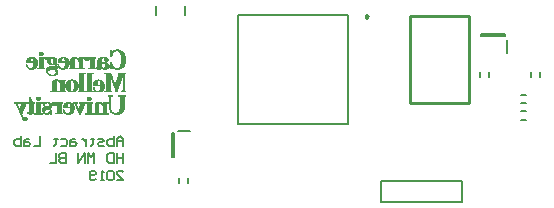
<source format=gbo>
G04*
G04 #@! TF.GenerationSoftware,Altium Limited,Altium Designer,19.1.5 (86)*
G04*
G04 Layer_Color=32896*
%FSLAX25Y25*%
%MOIN*%
G70*
G01*
G75*
%ADD10C,0.00787*%
%ADD30C,0.01000*%
%ADD56C,0.00984*%
%ADD57C,0.00100*%
%ADD58C,0.00800*%
D10*
X182283Y54035D02*
Y58169D01*
X173575Y59547D02*
X181543D01*
X173575D02*
Y60138D01*
X181543D01*
Y59547D02*
Y60138D01*
X129331Y30118D02*
Y66732D01*
X92716Y30118D02*
X129331D01*
X92716D02*
Y66732D01*
X129331D01*
X167205Y4331D02*
Y11417D01*
X140118Y4331D02*
X167205D01*
X140118D02*
Y11417D01*
X167205D01*
X187008Y34449D02*
X188583D01*
X187008Y31693D02*
X188583D01*
X74803Y66535D02*
Y69685D01*
X65354Y66535D02*
Y69685D01*
X72539Y27953D02*
X76673D01*
X71161Y19244D02*
Y27213D01*
X70571Y19244D02*
X71161D01*
X70571D02*
Y27213D01*
X71161D01*
X73032Y10630D02*
Y12205D01*
X75787Y10630D02*
Y12205D01*
X173425Y46063D02*
Y47638D01*
X176181Y46063D02*
Y47638D01*
X190354Y46063D02*
Y47638D01*
X193110Y46063D02*
Y47638D01*
X187008Y39961D02*
X188583D01*
X187008Y37205D02*
X188583D01*
D30*
X149968Y37319D02*
Y66319D01*
X169718D01*
Y37319D02*
Y66319D01*
X149968Y37319D02*
X169718D01*
D56*
X136024Y66142D02*
X135285Y66568D01*
Y65715D01*
X136024Y66142D01*
D57*
X52549Y39733D02*
X55049D01*
X28749Y47733D02*
X29049D01*
X20749Y32033D02*
X22149D01*
X20849Y31933D02*
X22049D01*
X20549Y32433D02*
X20849D01*
X20549Y32333D02*
X20849D01*
X20649Y32233D02*
X22149D01*
X20049Y36233D02*
X21449D01*
X20549Y37333D02*
X21849D01*
X20549Y37233D02*
X21849D01*
X20449Y37133D02*
X21849D01*
X20449Y37033D02*
X21749D01*
X20449Y36933D02*
X21749D01*
X20349Y36833D02*
X21649D01*
X20349Y36733D02*
X21649D01*
X20249Y36633D02*
X21549D01*
X20249Y36533D02*
X21549D01*
X20149Y36433D02*
X21449D01*
X20149Y36333D02*
X21449D01*
X20049Y36133D02*
X21349D01*
X19949Y36033D02*
X21349D01*
X19949Y35933D02*
X21249D01*
X19849Y35833D02*
X21249D01*
X19849Y35733D02*
X21149D01*
X19849Y35633D02*
X21149D01*
X19749Y35533D02*
X21149D01*
X19749Y35433D02*
X21049D01*
X19349Y35333D02*
X21049D01*
X19349Y35233D02*
X20949D01*
X19449Y35133D02*
X20949D01*
X19449Y35033D02*
X20849D01*
X19549Y34933D02*
X20849D01*
X19549Y34833D02*
X20849D01*
X20749Y32133D02*
X22149D01*
X20049Y37533D02*
X24749D01*
X20049Y37433D02*
X24749D01*
X51449Y48733D02*
X52949D01*
X51449Y55033D02*
X52949D01*
X51249Y54933D02*
X53149D01*
X52549Y54833D02*
X53349D01*
X52749Y54733D02*
X53549D01*
X52849Y54633D02*
X53649D01*
X52849Y49033D02*
X53649D01*
X52549Y48933D02*
X53449D01*
X51149Y48833D02*
X53249D01*
X43249Y52533D02*
X45049D01*
X43249Y52433D02*
X45049D01*
X42449Y48933D02*
X45049D01*
X42449Y48833D02*
X45049D01*
X36849Y52133D02*
X38049D01*
X36849Y52033D02*
X37949D01*
X36849Y51933D02*
X37949D01*
X36749Y51833D02*
X37949D01*
X36749Y51733D02*
X37949D01*
X36749Y51633D02*
X37949D01*
X36749Y51533D02*
X37949D01*
X36749Y51433D02*
X37949D01*
X36749Y51333D02*
X37949D01*
X36749Y51233D02*
X37949D01*
X36749Y51133D02*
X37949D01*
X36749Y51033D02*
X37949D01*
X36749Y50933D02*
X37949D01*
X36749Y50833D02*
X37949D01*
X36749Y50733D02*
X37949D01*
X36749Y50633D02*
X37949D01*
X36749Y50533D02*
X37949D01*
X36749Y50433D02*
X37949D01*
X36749Y50333D02*
X37949D01*
X36749Y50233D02*
X37949D01*
X36749Y50133D02*
X37949D01*
X36749Y50033D02*
X37949D01*
X36749Y49933D02*
X37949D01*
X36749Y49833D02*
X37949D01*
X36749Y49733D02*
X37949D01*
X36749Y49633D02*
X37949D01*
X36749Y49533D02*
X37949D01*
X36749Y49433D02*
X37949D01*
X36749Y49333D02*
X37949D01*
X36749Y49233D02*
X37949D01*
X36749Y49133D02*
X37949D01*
X36749Y49033D02*
X37949D01*
X36149Y48933D02*
X38449D01*
X36149Y48833D02*
X38449D01*
X28649Y48033D02*
X29049D01*
X28649Y47933D02*
X28949D01*
X28749Y47833D02*
X28949D01*
X28649Y48733D02*
X32049D01*
X28649Y48633D02*
X31949D01*
X28649Y48533D02*
X31749D01*
X28649Y48433D02*
X29549D01*
X28649Y48333D02*
X29149D01*
X28649Y48233D02*
X29049D01*
X28849Y49233D02*
X32149D01*
X28849Y49133D02*
X32149D01*
X28749Y49033D02*
X32149D01*
X28749Y48933D02*
X32049D01*
X28149Y52233D02*
X28949D01*
X28549Y52633D02*
X29049D01*
X28349Y52533D02*
X29249D01*
X28249Y52433D02*
X28849D01*
X28149Y52333D02*
X28949D01*
X28249Y52133D02*
X28949D01*
X28249Y52033D02*
X28849D01*
X28649Y48833D02*
X32049D01*
X28649Y48133D02*
X29049D01*
X52549Y39833D02*
X55049D01*
X51749Y44233D02*
X53149D01*
X52849Y47333D02*
X55049D01*
X52849Y47233D02*
X55049D01*
X52749Y47133D02*
X55049D01*
X52749Y47033D02*
X54149D01*
X52749Y46933D02*
X54149D01*
X52649Y46833D02*
X54149D01*
X52649Y46733D02*
X54049D01*
X52549Y46633D02*
X54049D01*
X52549Y46533D02*
X53949D01*
X52549Y46433D02*
X53949D01*
X52449Y46333D02*
X53949D01*
X52449Y46233D02*
X53849D01*
X52449Y46133D02*
X53849D01*
X52349Y46033D02*
X53849D01*
X52349Y45933D02*
X53749D01*
X52349Y45833D02*
X53749D01*
X52249Y45733D02*
X53749D01*
X52249Y45633D02*
X53649D01*
X52249Y45533D02*
X53649D01*
X52249Y45433D02*
X53549D01*
X52149Y45333D02*
X53549D01*
X52149Y45233D02*
X53549D01*
X52149Y45133D02*
X53449D01*
X52049Y45033D02*
X53449D01*
X52049Y44933D02*
X53449D01*
X52049Y44833D02*
X53349D01*
X51949Y44733D02*
X53349D01*
X51949Y44633D02*
X53349D01*
X51949Y44533D02*
X53349D01*
X51849Y44433D02*
X53249D01*
X51849Y44333D02*
X53249D01*
X51749Y44133D02*
X53149D01*
X51749Y44033D02*
X53149D01*
X51649Y43933D02*
X53049D01*
X51649Y43833D02*
X53049D01*
X51649Y43733D02*
X53049D01*
X51549Y43633D02*
X52949D01*
X51549Y43533D02*
X52949D01*
X51549Y43433D02*
X52949D01*
X51449Y43333D02*
X52849D01*
X51149Y43233D02*
X52849D01*
X44149Y43433D02*
X47849D01*
X44149Y43333D02*
X47849D01*
X44449Y44233D02*
X45549D01*
X44849Y44633D02*
X45549D01*
X44749Y44533D02*
X45549D01*
X44549Y44433D02*
X45549D01*
X44549Y44333D02*
X45549D01*
X44349Y44133D02*
X45549D01*
X44349Y44033D02*
X45549D01*
X44349Y43933D02*
X45549D01*
X44249Y43833D02*
X45549D01*
X44249Y43733D02*
X45549D01*
X44249Y43633D02*
X45549D01*
X44249Y43533D02*
X45549D01*
X44549Y41633D02*
X44849D01*
X44649Y41533D02*
X45049D01*
X44749Y41433D02*
X45149D01*
X36449Y45033D02*
X37749D01*
X36249Y44933D02*
X38049D01*
X36049Y44833D02*
X36849D01*
X36049Y41333D02*
X36849D01*
X36249Y41233D02*
X38049D01*
X36649Y41133D02*
X37649D01*
X28749Y47633D02*
X29049D01*
X28749Y47533D02*
X29049D01*
X28849Y47433D02*
X29149D01*
X28849Y47333D02*
X29249D01*
X52849Y34633D02*
X54149D01*
X52849Y34533D02*
X54049D01*
X52749Y34433D02*
X54049D01*
X52649Y34333D02*
X53949D01*
X52549Y34233D02*
X53849D01*
X52349Y34133D02*
X53749D01*
X52149Y34033D02*
X53549D01*
X50849Y33833D02*
X53249D01*
X51149Y33733D02*
X52949D01*
X50649Y33933D02*
X53449D01*
X44849Y36233D02*
X46049D01*
X44849Y36933D02*
X46049D01*
X44849Y36833D02*
X46049D01*
X44849Y36733D02*
X46049D01*
X44849Y36633D02*
X46049D01*
X44849Y36533D02*
X46049D01*
X44849Y36433D02*
X46049D01*
X44849Y36333D02*
X46049D01*
X44849Y36133D02*
X46049D01*
X44849Y36033D02*
X46049D01*
X44849Y35933D02*
X46049D01*
X44849Y35833D02*
X46049D01*
X44849Y35733D02*
X46049D01*
X44849Y35633D02*
X46049D01*
X44849Y35533D02*
X46049D01*
X44849Y35433D02*
X46049D01*
X44849Y35333D02*
X46049D01*
X44849Y35233D02*
X46049D01*
X44849Y35133D02*
X46049D01*
X44849Y35033D02*
X46049D01*
X44849Y34933D02*
X46049D01*
X44849Y34833D02*
X46049D01*
X44849Y34733D02*
X46049D01*
X44849Y34633D02*
X46049D01*
X44849Y34533D02*
X46049D01*
X44849Y34433D02*
X46049D01*
X44849Y34333D02*
X46049D01*
X44849Y34233D02*
X46049D01*
X44849Y34133D02*
X46049D01*
X44849Y34033D02*
X46049D01*
X44249Y33933D02*
X46549D01*
X44249Y33833D02*
X46549D01*
X44249Y33733D02*
X46549D01*
X36549Y36233D02*
X37749D01*
X36149Y37433D02*
X36849D01*
X36349Y37333D02*
X37049D01*
X36449Y37233D02*
X37149D01*
X36449Y37133D02*
X37249D01*
X36549Y37033D02*
X37349D01*
X36549Y36933D02*
X37449D01*
X36549Y36833D02*
X37549D01*
X36549Y36733D02*
X37549D01*
X36549Y36633D02*
X37649D01*
X36549Y36533D02*
X37649D01*
X36549Y36433D02*
X37749D01*
X36549Y36333D02*
X37749D01*
X36549Y36133D02*
X37849D01*
X36549Y35833D02*
X37849D01*
X36549Y35733D02*
X37849D01*
X36549Y35633D02*
X37849D01*
X36549Y35533D02*
X37849D01*
X36549Y35433D02*
X37849D01*
X36549Y35333D02*
X37849D01*
X36549Y35233D02*
X37849D01*
X36549Y35133D02*
X37849D01*
X36549Y35033D02*
X37749D01*
X36549Y34933D02*
X37749D01*
X36549Y34833D02*
X37749D01*
X36549Y34733D02*
X37649D01*
X36549Y34633D02*
X37649D01*
X36549Y34533D02*
X37549D01*
X36449Y34433D02*
X37549D01*
X36449Y34333D02*
X37449D01*
X36349Y34233D02*
X37349D01*
X36249Y34133D02*
X37249D01*
X36149Y34033D02*
X37149D01*
X35949Y33933D02*
X36949D01*
X34149Y36033D02*
X37849D01*
X34149Y35933D02*
X37849D01*
X28149Y36233D02*
X30149D01*
X28449Y37633D02*
X29349D01*
X28049Y37533D02*
X29549D01*
X28649Y36333D02*
X30149D01*
X27849Y36133D02*
X30149D01*
X27649Y36033D02*
X30149D01*
X27549Y35933D02*
X30149D01*
X27449Y35833D02*
X30049D01*
X27449Y35733D02*
X30049D01*
X27349Y35633D02*
X29949D01*
X27349Y35533D02*
X29949D01*
X27249Y35433D02*
X29849D01*
X27249Y35333D02*
X29649D01*
X27249Y35233D02*
X29449D01*
X27249Y35133D02*
X28949D01*
X28849Y33933D02*
X30149D01*
X27949Y33833D02*
X29549D01*
X28149Y33733D02*
X29249D01*
X21049Y31733D02*
X21949D01*
X31849Y47733D02*
X32349D01*
X49149Y39733D02*
X50649D01*
X20449Y32733D02*
X20749D01*
X20449Y32633D02*
X20749D01*
X20549Y32533D02*
X20749D01*
X18949Y36233D02*
X19249D01*
X18749Y36733D02*
X18949D01*
X18749Y36633D02*
X19049D01*
X18849Y36533D02*
X19049D01*
X18849Y36433D02*
X19149D01*
X18849Y36333D02*
X19149D01*
X18949Y36133D02*
X19249D01*
X19049Y36033D02*
X19349D01*
X19049Y35933D02*
X19349D01*
X19149Y35833D02*
X19349D01*
X19149Y35733D02*
X19449D01*
X19149Y35633D02*
X19449D01*
X19249Y35533D02*
X19549D01*
X19249Y35433D02*
X19549D01*
Y34733D02*
X20749D01*
X19649Y34633D02*
X20749D01*
X19649Y34533D02*
X20649D01*
X19749Y34433D02*
X20649D01*
X19749Y34333D02*
X20549D01*
X19749Y34233D02*
X20549D01*
X19849Y34133D02*
X20549D01*
X19849Y34033D02*
X20449D01*
X19949Y33933D02*
X20449D01*
X19949Y33833D02*
X20349D01*
X19949Y33733D02*
X20349D01*
X20049Y33633D02*
X20349D01*
X20049Y33533D02*
X20349D01*
X20149Y33433D02*
X20349D01*
X20149Y33333D02*
X20449D01*
X20249Y33233D02*
X20449D01*
X20249Y33133D02*
X20549D01*
X20349Y33033D02*
X20549D01*
X20349Y32933D02*
X20649D01*
X20349Y32833D02*
X20649D01*
X18049Y37533D02*
X19449D01*
X18049Y37433D02*
X19449D01*
X18249Y37333D02*
X19149D01*
X18449Y37233D02*
X18949D01*
X18549Y37133D02*
X18849D01*
X18549Y37033D02*
X18949D01*
X18649Y36933D02*
X18949D01*
X18649Y36833D02*
X18949D01*
X26749Y54433D02*
X26949D01*
X26749Y53233D02*
X26949D01*
X28349Y51933D02*
X28749D01*
X26249Y52233D02*
X27449D01*
X26449Y54333D02*
X27149D01*
X26349Y54233D02*
X27349D01*
X26349Y54133D02*
X27349D01*
X26249Y54033D02*
X27449D01*
X26249Y53933D02*
X27449D01*
X26249Y53833D02*
X27449D01*
X26249Y53733D02*
X27449D01*
X26249Y53633D02*
X27449D01*
X26349Y53533D02*
X27349D01*
X26349Y53433D02*
X27249D01*
X26449Y53333D02*
X27149D01*
X26249Y52533D02*
X27949D01*
X26249Y52433D02*
X27949D01*
X26249Y52333D02*
X27449D01*
X26249Y52133D02*
X27449D01*
X26249Y52033D02*
X27449D01*
X26249Y51933D02*
X27449D01*
X26249Y51833D02*
X27449D01*
X26249Y51733D02*
X27449D01*
X26249Y51633D02*
X27449D01*
X26249Y51533D02*
X27449D01*
X26249Y51433D02*
X27449D01*
X26249Y51333D02*
X27449D01*
X26249Y51233D02*
X27449D01*
X26249Y51133D02*
X27449D01*
X26249Y51033D02*
X27449D01*
X26249Y50933D02*
X27449D01*
X26249Y50833D02*
X27449D01*
X26249Y50733D02*
X27449D01*
X26249Y50633D02*
X27449D01*
X26249Y50533D02*
X27449D01*
X26249Y50433D02*
X27449D01*
X26249Y50333D02*
X27449D01*
X26249Y50233D02*
X27449D01*
X26249Y50133D02*
X27449D01*
X26249Y50033D02*
X27449D01*
X26249Y49933D02*
X27449D01*
X26249Y49833D02*
X27449D01*
X26249Y49733D02*
X27449D01*
X26249Y49633D02*
X27449D01*
X26249Y49533D02*
X27449D01*
X26249Y49433D02*
X27449D01*
X26249Y49333D02*
X27449D01*
X26249Y49233D02*
X27449D01*
X26249Y49133D02*
X27449D01*
X26249Y49033D02*
X27449D01*
X25649Y48933D02*
X28049D01*
X25649Y48833D02*
X28049D01*
X23049Y48733D02*
X24149D01*
X23149Y52633D02*
X24249D01*
X22949Y52533D02*
X24449D01*
X22449Y52233D02*
X23249D01*
X22749Y52433D02*
X23549D01*
X22549Y52333D02*
X23349D01*
X22349Y52133D02*
X23249D01*
X22249Y52033D02*
X23249D01*
X22249Y51933D02*
X23149D01*
X22149Y51833D02*
X23149D01*
X22049Y51733D02*
X23149D01*
X22049Y51633D02*
X23149D01*
X21949Y51533D02*
X23149D01*
X21949Y51433D02*
X23149D01*
X21949Y51333D02*
X23149D01*
X21949Y51233D02*
X23149D01*
X21849Y50133D02*
X22049D01*
X21849Y50033D02*
X22149D01*
X21949Y49933D02*
X22149D01*
X21949Y49833D02*
X22149D01*
X21949Y49733D02*
X22249D01*
X22049Y49633D02*
X22249D01*
X22049Y49533D02*
X22349D01*
X22149Y49433D02*
X22449D01*
X22149Y49333D02*
X22449D01*
X22249Y49233D02*
X22549D01*
X22349Y49133D02*
X22649D01*
X22449Y49033D02*
X22849D01*
Y48833D02*
X24449D01*
X21849Y51133D02*
X25549D01*
X21849Y51033D02*
X25549D01*
X21849Y50933D02*
X25549D01*
X22649Y48933D02*
X24649D01*
X24149Y52233D02*
X24949D01*
X23949Y52433D02*
X24649D01*
X24149Y52333D02*
X24849D01*
X24249Y52133D02*
X25049D01*
X24249Y52033D02*
X25149D01*
X24249Y51933D02*
X25249D01*
X24249Y51833D02*
X25249D01*
X24249Y51733D02*
X25349D01*
X24249Y51633D02*
X25349D01*
X24249Y51533D02*
X25449D01*
X24249Y51433D02*
X25449D01*
X24249Y51333D02*
X25449D01*
X24249Y51233D02*
X25549D01*
X24249Y50833D02*
X25549D01*
X24249Y50733D02*
X25549D01*
X24249Y50633D02*
X25549D01*
X24249Y50533D02*
X25549D01*
X24249Y50433D02*
X25549D01*
X24249Y50333D02*
X25549D01*
X24249Y50233D02*
X25549D01*
X24249Y50133D02*
X25549D01*
X24249Y50033D02*
X25449D01*
X24249Y49933D02*
X25449D01*
X24249Y49833D02*
X25449D01*
X24249Y49733D02*
X25349D01*
X24249Y49633D02*
X25349D01*
X24249Y49533D02*
X25349D01*
X24149Y49433D02*
X25249D01*
X24149Y49333D02*
X25149D01*
X24049Y49233D02*
X25049D01*
X24049Y49133D02*
X24949D01*
X23849Y49033D02*
X24849D01*
X27549Y37633D02*
X27749D01*
X27549Y37533D02*
X27849D01*
X27549Y37433D02*
X28549D01*
X27549Y37333D02*
X28349D01*
X27549Y37233D02*
X28249D01*
X27549Y37133D02*
X28049D01*
X27549Y37033D02*
X28049D01*
X27549Y36933D02*
X27949D01*
X27549Y36833D02*
X27849D01*
X27549Y36733D02*
X27849D01*
X27549Y36633D02*
X27749D01*
X27549Y36533D02*
X27749D01*
X27249Y35033D02*
X28249D01*
X27249Y34933D02*
X27949D01*
X27249Y34833D02*
X27849D01*
X27249Y34733D02*
X27849D01*
X27349Y34633D02*
X27849D01*
X27349Y34533D02*
X27849D01*
X27449Y34433D02*
X27849D01*
X27449Y34333D02*
X27849D01*
X27549Y34233D02*
X27949D01*
X27549Y34133D02*
X27949D01*
X27649Y34033D02*
X28149D01*
X27749Y33933D02*
X28449D01*
X28549Y33633D02*
X28749D01*
X25349Y36233D02*
X26549D01*
X25549Y39333D02*
X26249D01*
X25449Y39233D02*
X26349D01*
X25349Y39133D02*
X26449D01*
X25349Y39033D02*
X26449D01*
X25349Y38933D02*
X26449D01*
X25349Y38833D02*
X26549D01*
X25349Y38733D02*
X26449D01*
X25349Y38633D02*
X26449D01*
X25349Y38533D02*
X26449D01*
X25449Y38433D02*
X26349D01*
X25549Y38333D02*
X26249D01*
X25649Y38233D02*
X26149D01*
X25349Y37333D02*
X26549D01*
X25349Y37233D02*
X26549D01*
X25349Y37133D02*
X26549D01*
X25349Y37033D02*
X26549D01*
X25349Y36933D02*
X26549D01*
X25349Y36833D02*
X26549D01*
X25349Y36733D02*
X26549D01*
X25349Y36633D02*
X26549D01*
X25349Y36533D02*
X26549D01*
X25349Y36433D02*
X26549D01*
X25349Y36333D02*
X26549D01*
X25349Y36133D02*
X26549D01*
X25349Y36033D02*
X26549D01*
X25349Y35933D02*
X26549D01*
X25349Y35833D02*
X26549D01*
X25349Y35733D02*
X26549D01*
X25349Y35633D02*
X26549D01*
X25349Y35533D02*
X26549D01*
X25349Y35433D02*
X26549D01*
X25349Y35333D02*
X26549D01*
X25349Y35233D02*
X26549D01*
X25349Y35133D02*
X26549D01*
X25349Y35033D02*
X26549D01*
X25349Y34933D02*
X26549D01*
X25349Y34833D02*
X26549D01*
X25349Y34733D02*
X26549D01*
X25349Y34633D02*
X26549D01*
X25349Y34533D02*
X26549D01*
X25349Y34433D02*
X26549D01*
X25349Y34333D02*
X26549D01*
X25349Y34233D02*
X26549D01*
X25349Y34133D02*
X26549D01*
X25349Y34033D02*
X26549D01*
X25349Y37533D02*
X27149D01*
X25349Y37433D02*
X27149D01*
X24749Y33733D02*
X27149D01*
X20949Y31833D02*
X22049D01*
X21249Y32733D02*
X21849D01*
X21149Y32633D02*
X21949D01*
X21049Y32533D02*
X22049D01*
X20949Y32433D02*
X22149D01*
X20949Y32333D02*
X22149D01*
X23049Y36233D02*
X24349D01*
X23049Y38133D02*
X23749D01*
X23049Y38033D02*
X23849D01*
X23049Y37933D02*
X23949D01*
X23049Y37833D02*
X24049D01*
X23049Y37733D02*
X24249D01*
X23049Y37633D02*
X24549D01*
X23049Y37333D02*
X24349D01*
X23049Y37233D02*
X24349D01*
X23049Y37133D02*
X24349D01*
X23049Y37033D02*
X24349D01*
X23049Y36933D02*
X24349D01*
X23049Y36833D02*
X24349D01*
X23049Y36733D02*
X24349D01*
X23049Y36633D02*
X24349D01*
X23049Y36533D02*
X24349D01*
X23049Y36433D02*
X24349D01*
X23049Y36333D02*
X24349D01*
X23049Y36133D02*
X24349D01*
X23049Y36033D02*
X24349D01*
X23049Y35933D02*
X24349D01*
X23049Y35833D02*
X24349D01*
X23049Y35733D02*
X24349D01*
X23049Y35633D02*
X24349D01*
X23049Y35533D02*
X24349D01*
X23049Y35433D02*
X24349D01*
X23049Y35333D02*
X24349D01*
X23049Y35233D02*
X24349D01*
X23049Y35133D02*
X24349D01*
X23049Y35033D02*
X24349D01*
X23049Y34933D02*
X24349D01*
X23049Y34833D02*
X24349D01*
X23049Y34733D02*
X24349D01*
X23049Y34633D02*
X24349D01*
X23049Y34533D02*
X24349D01*
X23049Y34433D02*
X24249D01*
X23049Y34333D02*
X24249D01*
X23049Y34233D02*
X24249D01*
X23049Y34133D02*
X24249D01*
X22349Y34033D02*
X24149D01*
X22449Y33933D02*
X24049D01*
X22649Y33833D02*
X23949D01*
X22849Y33733D02*
X23749D01*
X23049Y39433D02*
X23249D01*
X23049Y39333D02*
X23249D01*
X23049Y39233D02*
X23249D01*
X23049Y39133D02*
X23249D01*
X23049Y39033D02*
X23349D01*
X23049Y38933D02*
X23349D01*
X23049Y38833D02*
X23349D01*
X23049Y38733D02*
X23349D01*
X23049Y38633D02*
X23449D01*
X23049Y38533D02*
X23449D01*
X23049Y38433D02*
X23549D01*
X23049Y38333D02*
X23549D01*
X23049Y38233D02*
X23649D01*
X22149Y34333D02*
X22449D01*
X22249Y34233D02*
X22549D01*
X22349Y34133D02*
X22649D01*
X23249Y33633D02*
X23349D01*
X24649Y33933D02*
X27149D01*
X24649Y33833D02*
X27149D01*
X21249Y31633D02*
X21749D01*
X34749Y52233D02*
X35449D01*
X34749Y52133D02*
X35549D01*
X34749Y52033D02*
X35649D01*
X34849Y51933D02*
X35749D01*
X34849Y51833D02*
X35849D01*
X34849Y51733D02*
X35849D01*
X34849Y51633D02*
X35949D01*
X34849Y51533D02*
X35949D01*
X34849Y51433D02*
X36049D01*
X34849Y51333D02*
X36049D01*
X34849Y51233D02*
X36049D01*
X34849Y50833D02*
X36149D01*
X34849Y50733D02*
X36149D01*
X34849Y50633D02*
X36149D01*
X34849Y50533D02*
X36149D01*
X34849Y50433D02*
X36149D01*
X34849Y50333D02*
X36149D01*
X34849Y50233D02*
X36149D01*
X34849Y50133D02*
X36049D01*
X34849Y50033D02*
X36049D01*
X34849Y49933D02*
X36049D01*
X34849Y49833D02*
X35949D01*
X34849Y49733D02*
X35949D01*
X34749Y49633D02*
X35849D01*
X34749Y49533D02*
X35849D01*
X34749Y49433D02*
X35749D01*
X33049Y52233D02*
X33849D01*
X33249Y52433D02*
X34049D01*
X33149Y52333D02*
X33849D01*
X32949Y52133D02*
X33749D01*
X32849Y52033D02*
X33749D01*
X32749Y51933D02*
X33749D01*
X32749Y51833D02*
X33749D01*
X32749Y49333D02*
X33049D01*
X32849Y49233D02*
X33149D01*
X32949Y49133D02*
X33249D01*
X33049Y49033D02*
X33349D01*
X33649Y48733D02*
X34749D01*
X33649Y52633D02*
X34749D01*
X33449Y52533D02*
X35049D01*
X34449Y52433D02*
X35249D01*
X34649Y52333D02*
X35349D01*
X34649Y49333D02*
X35649D01*
X34649Y49233D02*
X35549D01*
X34549Y49133D02*
X35449D01*
X34449Y49033D02*
X35449D01*
X33149Y48933D02*
X35249D01*
X33349Y48833D02*
X35049D01*
X31749Y48033D02*
X32249D01*
X31749Y47933D02*
X32249D01*
X31849Y47833D02*
X32349D01*
X31449Y48433D02*
X31749D01*
X31549Y48333D02*
X31949D01*
X31549Y48233D02*
X32049D01*
X30949Y52233D02*
X31749D01*
X30949Y52133D02*
X31849D01*
X30949Y52033D02*
X31849D01*
X30949Y51933D02*
X31949D01*
X31049Y51833D02*
X31949D01*
X31049Y51733D02*
X32049D01*
X31049Y51633D02*
X32049D01*
X31049Y51533D02*
X32049D01*
X31049Y51433D02*
X32049D01*
X31049Y51333D02*
X32049D01*
X31049Y51233D02*
X32049D01*
X31049Y51133D02*
X32049D01*
X30949Y51033D02*
X31949D01*
X30949Y50933D02*
X31949D01*
X30949Y50833D02*
X31849D01*
X30949Y50733D02*
X31849D01*
X30949Y50633D02*
X31749D01*
X31149Y50233D02*
X31749D01*
X31449Y50133D02*
X31849D01*
X31649Y50033D02*
X31949D01*
X31649Y49933D02*
X32049D01*
X31749Y49833D02*
X32049D01*
X31749Y49733D02*
X32149D01*
X31649Y49633D02*
X32149D01*
X29449Y49533D02*
X32149D01*
X29149Y49433D02*
X32149D01*
X29049Y49333D02*
X32149D01*
X29249Y52233D02*
X30049D01*
X29849Y52633D02*
X31049D01*
X29649Y52533D02*
X31249D01*
X30749Y52433D02*
X31449D01*
X29449D02*
X30249D01*
X28949D02*
X29349D01*
X30949Y52333D02*
X31649D01*
X29249D02*
X30049D01*
X29149Y52133D02*
X29949D01*
X29149Y52033D02*
X29949D01*
X29049Y51933D02*
X29949D01*
X29049Y51833D02*
X29949D01*
X28949Y51733D02*
X29949D01*
X28949Y51633D02*
X29949D01*
X28949Y51533D02*
X29949D01*
X28949Y51433D02*
X29949D01*
X28949Y51333D02*
X29949D01*
X28949Y51233D02*
X29949D01*
X28949Y51133D02*
X29949D01*
X29049Y51033D02*
X29949D01*
X29049Y50933D02*
X29949D01*
X29149Y50833D02*
X29949D01*
X29149Y50733D02*
X30049D01*
X29249Y50633D02*
X30049D01*
X30849Y50533D02*
X31549D01*
X29349D02*
X30149D01*
X30749Y50433D02*
X31449D01*
X29449D02*
X30249D01*
X29649Y50333D02*
X31449D01*
X29849Y50233D02*
X30949D01*
X30349Y50133D02*
X30649D01*
X31649Y48133D02*
X32149D01*
X32649Y51733D02*
X33749D01*
X32549Y51633D02*
X33749D01*
X32549Y51533D02*
X33749D01*
X32549Y51433D02*
X33749D01*
X32449Y51333D02*
X33749D01*
X32449Y51233D02*
X33749D01*
X32349Y50133D02*
X32649D01*
X32449Y50033D02*
X32649D01*
X32449Y49933D02*
X32749D01*
X32449Y49833D02*
X32749D01*
X32549Y49733D02*
X32849D01*
X32549Y49633D02*
X32849D01*
X32649Y49533D02*
X32949D01*
X32649Y49433D02*
X32949D01*
X32449Y51133D02*
X36149D01*
X32449Y51033D02*
X36149D01*
X32449Y50933D02*
X36149D01*
X35349Y44233D02*
X36449D01*
X35849Y44733D02*
X36649D01*
X35749Y44633D02*
X36549D01*
X35649Y44533D02*
X36549D01*
X35449Y44433D02*
X36449D01*
X35449Y44333D02*
X36449D01*
X35349Y44133D02*
X36449D01*
X35249Y44033D02*
X36449D01*
X35249Y43933D02*
X36449D01*
X35149Y43833D02*
X36449D01*
X35149Y43733D02*
X36449D01*
X35149Y43633D02*
X36449D01*
X35049Y43533D02*
X36449D01*
X35049Y43433D02*
X36449D01*
X35049Y43333D02*
X36449D01*
X35049Y43233D02*
X36449D01*
X35049Y43133D02*
X36449D01*
X35049Y43033D02*
X36449D01*
X35049Y42933D02*
X36449D01*
X35049Y42833D02*
X36449D01*
X35049Y42733D02*
X36449D01*
X35049Y42633D02*
X36449D01*
X35149Y42533D02*
X36449D01*
X35149Y42433D02*
X36449D01*
X35149Y42333D02*
X36449D01*
X35249Y42233D02*
X36449D01*
X35249Y42133D02*
X36449D01*
X35349Y42033D02*
X36449D01*
X35449Y41933D02*
X36449D01*
X35449Y41833D02*
X36449D01*
X35549Y41733D02*
X36449D01*
X35649Y41633D02*
X36549D01*
X35749Y41533D02*
X36549D01*
X35849Y41433D02*
X36649D01*
X33049Y44233D02*
X34449D01*
X33249Y44733D02*
X34449D01*
X33249Y44633D02*
X34449D01*
X33249Y44533D02*
X34449D01*
X32749D02*
X33149D01*
X33249Y44433D02*
X34449D01*
X32849D02*
X33149D01*
X32949Y44333D02*
X34449D01*
X33049Y44133D02*
X34449D01*
X33149Y44033D02*
X34449D01*
X33149Y43933D02*
X34449D01*
X33149Y43833D02*
X34449D01*
X33249Y43733D02*
X34449D01*
X33249Y43633D02*
X34449D01*
X33249Y43533D02*
X34449D01*
X33249Y43433D02*
X34449D01*
X33249Y43333D02*
X34449D01*
X33249Y43233D02*
X34449D01*
X33249Y43133D02*
X34449D01*
X33249Y43033D02*
X34449D01*
X33249Y42933D02*
X34449D01*
X33249Y42833D02*
X34449D01*
X33249Y42733D02*
X34449D01*
X33249Y42633D02*
X34449D01*
X33249Y42533D02*
X34449D01*
X33249Y42433D02*
X34449D01*
X33249Y42333D02*
X34449D01*
X33249Y42233D02*
X34449D01*
X33249Y42133D02*
X34449D01*
X33249Y42033D02*
X34449D01*
X33249Y41933D02*
X34449D01*
X33249Y41833D02*
X34449D01*
X33249Y41733D02*
X34449D01*
X33249Y41633D02*
X34449D01*
X33249Y41533D02*
X34449D01*
X33249Y41433D02*
X34449D01*
X33249Y44933D02*
X35049D01*
X33249Y44833D02*
X35049D01*
X32749Y41333D02*
X35049D01*
X32749Y41233D02*
X35049D01*
X30649Y44233D02*
X31849D01*
X31749Y47333D02*
X32349D01*
X31749Y47233D02*
X32249D01*
X31649Y47133D02*
X32249D01*
X31649Y47033D02*
X32149D01*
X31549Y46933D02*
X32049D01*
X31349Y46833D02*
X31949D01*
X31049Y46733D02*
X31749D01*
X31449Y45133D02*
X32149D01*
X31149Y45033D02*
X32449D01*
X30849Y44733D02*
X32049D01*
X30749Y44633D02*
X31949D01*
X30749Y44533D02*
X31849D01*
X30649Y44433D02*
X31849D01*
X30649Y44333D02*
X31849D01*
X30649Y44133D02*
X31849D01*
X30549Y44033D02*
X31849D01*
X30549Y43933D02*
X31849D01*
X30549Y43833D02*
X31849D01*
X30549Y43733D02*
X31849D01*
X30549Y43633D02*
X31849D01*
X30549Y43533D02*
X31849D01*
X30549Y43433D02*
X31849D01*
X30549Y43333D02*
X31849D01*
X30549Y43233D02*
X31849D01*
X30549Y43133D02*
X31849D01*
X30549Y43033D02*
X31849D01*
X30549Y42933D02*
X31849D01*
X30549Y42833D02*
X31849D01*
X30549Y42733D02*
X31849D01*
X30549Y42633D02*
X31849D01*
X30549Y42533D02*
X31849D01*
X30549Y42433D02*
X31849D01*
X30549Y42333D02*
X31849D01*
X30549Y42233D02*
X31849D01*
X30549Y42133D02*
X31849D01*
X30549Y42033D02*
X31849D01*
X30549Y41933D02*
X31849D01*
X30549Y41833D02*
X31849D01*
X30549Y41733D02*
X31849D01*
X30549Y41633D02*
X31849D01*
X30549Y41533D02*
X31849D01*
X30549Y41433D02*
X31849D01*
X29949Y41333D02*
X32249D01*
X29949Y41233D02*
X32249D01*
X28949Y47233D02*
X29249D01*
X29049Y47133D02*
X29349D01*
X29149Y47033D02*
X29549D01*
X29249Y46933D02*
X29649D01*
X29349Y46833D02*
X29849D01*
X29549Y46733D02*
X30249D01*
X29749Y46633D02*
X31549D01*
X30049Y46533D02*
X31249D01*
X31849Y47633D02*
X32349D01*
X31849Y47533D02*
X32349D01*
X31849Y47433D02*
X32349D01*
X30949Y44933D02*
X32649D01*
X30949Y44833D02*
X32849D01*
X32449Y44733D02*
X32949D01*
X32649Y44633D02*
X33049D01*
X35449Y37633D02*
X36449D01*
X35249Y37533D02*
X36749D01*
X35049Y37433D02*
X35849D01*
X34949Y37333D02*
X35649D01*
X34749Y37233D02*
X35549D01*
X34749Y34033D02*
X35149D01*
X34849Y33933D02*
X35349D01*
X35049Y33833D02*
X36749D01*
X35249Y33733D02*
X36549D01*
X35749Y33633D02*
X36049D01*
X34149Y35133D02*
X34349D01*
X34149Y35033D02*
X34349D01*
X34149Y34933D02*
X34449D01*
X34249Y34833D02*
X34449D01*
X34249Y34733D02*
X34449D01*
X34249Y34633D02*
X34549D01*
X34349Y34533D02*
X34549D01*
X34149Y36233D02*
X35449D01*
X34649Y37133D02*
X35549D01*
X34549Y37033D02*
X35449D01*
X34549Y36933D02*
X35449D01*
X34449Y36833D02*
X35449D01*
X34349Y36733D02*
X35449D01*
X34349Y36633D02*
X35449D01*
X34249Y36533D02*
X35449D01*
X34249Y36433D02*
X35449D01*
X34249Y36333D02*
X35449D01*
X34149Y36133D02*
X35449D01*
X34349Y34433D02*
X34649D01*
X34449Y34333D02*
X34749D01*
X34549Y34233D02*
X34849D01*
X34649Y34133D02*
X34949D01*
X30549Y37533D02*
X31849D01*
X30449Y37433D02*
X31949D01*
X30449Y37333D02*
X32049D01*
X30849Y37733D02*
X31449D01*
X30649Y37633D02*
X31649D01*
X29149Y37433D02*
X29749D01*
X29449Y37333D02*
X29849D01*
X30349Y37233D02*
X31649D01*
X29549D02*
X29849D01*
X30349Y37133D02*
X31649D01*
X29649D02*
X29949D01*
X30349Y37033D02*
X31649D01*
X29649D02*
X30049D01*
X30449Y36933D02*
X31649D01*
X29649D02*
X30049D01*
X30449Y36833D02*
X31649D01*
X29649D02*
X30149D01*
X30449Y36733D02*
X31549D01*
X29649D02*
X30149D01*
X30549Y36633D02*
X31449D01*
X29649D02*
X30149D01*
X30749Y36533D02*
X31349D01*
X29549D02*
X30149D01*
X29249Y36433D02*
X30149D01*
X29949Y35033D02*
X30149D01*
X29849Y34933D02*
X30149D01*
X29849Y34833D02*
X30149D01*
X29849Y34733D02*
X30149D01*
X29749Y34633D02*
X30149D01*
X29749Y34533D02*
X30149D01*
X29649Y34433D02*
X30149D01*
X29549Y34333D02*
X30149D01*
X29449Y34233D02*
X30149D01*
X29349Y34133D02*
X30149D01*
X29149Y34033D02*
X30149D01*
X29749Y33833D02*
X30149D01*
X29849Y33733D02*
X30149D01*
X29949Y33633D02*
X30149D01*
X31849Y37233D02*
X32049D01*
X31949Y37133D02*
X32149D01*
X31949Y37033D02*
X32149D01*
X31449Y33933D02*
X34049D01*
X31449Y33833D02*
X34049D01*
X32149Y36233D02*
X33449D01*
X32249Y37533D02*
X34049D01*
X32249Y37433D02*
X34049D01*
X32249Y37333D02*
X33449D01*
X32249Y37233D02*
X33449D01*
X32249Y37133D02*
X33449D01*
X32249Y37033D02*
X33449D01*
X32049Y36933D02*
X33449D01*
X32049Y36833D02*
X33449D01*
X32049Y36733D02*
X33449D01*
X32149Y36633D02*
X33449D01*
X32149Y36533D02*
X33449D01*
X32149Y36433D02*
X33449D01*
X32149Y36333D02*
X33449D01*
X32249Y36133D02*
X33449D01*
X32249Y36033D02*
X33449D01*
X32249Y35933D02*
X33449D01*
X32249Y35833D02*
X33449D01*
X32249Y35733D02*
X33449D01*
X32249Y35633D02*
X33449D01*
X32249Y35533D02*
X33449D01*
X32249Y35433D02*
X33449D01*
X32249Y35333D02*
X33449D01*
X32249Y35233D02*
X33449D01*
X32249Y35133D02*
X33449D01*
X32249Y35033D02*
X33449D01*
X32249Y34933D02*
X33449D01*
X32249Y34833D02*
X33449D01*
X32249Y34733D02*
X33449D01*
X32249Y34633D02*
X33449D01*
X32249Y34533D02*
X33449D01*
X32249Y34433D02*
X33449D01*
X32249Y34333D02*
X33449D01*
X32249Y34233D02*
X33449D01*
X32249Y34133D02*
X33449D01*
X32249Y34033D02*
X33449D01*
X43249Y52233D02*
X44449D01*
X42849D02*
X43149D01*
X43249Y52333D02*
X44449D01*
X42749D02*
X43049D01*
X43249Y52133D02*
X44449D01*
X42949D02*
X43149D01*
X42949Y52033D02*
X44449D01*
X43049Y51933D02*
X44449D01*
X43049Y51833D02*
X44449D01*
X43149Y51733D02*
X44449D01*
X43149Y51633D02*
X44449D01*
X43149Y51533D02*
X44449D01*
X43249Y51433D02*
X44449D01*
X43249Y51333D02*
X44449D01*
X43249Y51233D02*
X44449D01*
X43249Y51133D02*
X44449D01*
X43249Y51033D02*
X44449D01*
X43249Y50933D02*
X44449D01*
X43249Y50833D02*
X44449D01*
X43249Y50733D02*
X44449D01*
X43249Y50633D02*
X44449D01*
X43249Y50533D02*
X44449D01*
X43249Y50433D02*
X44449D01*
X43249Y50333D02*
X44449D01*
X43249Y50233D02*
X44449D01*
X43249Y50133D02*
X44449D01*
X43249Y50033D02*
X44449D01*
X43249Y49933D02*
X44449D01*
X43249Y49833D02*
X44449D01*
X43249Y49733D02*
X44449D01*
X43249Y49633D02*
X44449D01*
X43249Y49533D02*
X44449D01*
X43249Y49433D02*
X44449D01*
X43249Y49333D02*
X44449D01*
X43249Y49233D02*
X44449D01*
X43249Y49133D02*
X44449D01*
X43249Y49033D02*
X44449D01*
X41849Y52733D02*
X42349D01*
X41549Y51633D02*
X42549D01*
X41749Y51533D02*
X42449D01*
X41449Y52233D02*
X42649D01*
X41649Y52633D02*
X42649D01*
X41549Y52533D02*
X42849D01*
X41449Y52433D02*
X42949D01*
X41449Y52333D02*
X42649D01*
X41349Y52133D02*
X42649D01*
X41349Y52033D02*
X42649D01*
X41449Y51933D02*
X42649D01*
X41449Y51833D02*
X42649D01*
X41549Y51733D02*
X42649D01*
X38849Y52233D02*
X39249D01*
X36949D02*
X38049D01*
X37649Y52733D02*
X38249D01*
X37349Y52633D02*
X38649D01*
X37149Y52533D02*
X38749D01*
X37049Y52433D02*
X38949D01*
X38749Y52333D02*
X39149D01*
X36949D02*
X38149D01*
X38949Y52133D02*
X39249D01*
X39049Y52033D02*
X39349D01*
X39449Y52233D02*
X40649D01*
X39449Y52533D02*
X41249D01*
X39449Y52433D02*
X41249D01*
X39449Y52333D02*
X40649D01*
X39449Y50833D02*
X40649D01*
X39449Y52133D02*
X40649D01*
X39449Y52033D02*
X40649D01*
X39049Y51933D02*
X40649D01*
X39149Y51833D02*
X40649D01*
X39249Y51733D02*
X40649D01*
X39249Y51633D02*
X40649D01*
X39349Y51533D02*
X40649D01*
X39349Y51433D02*
X40649D01*
X39349Y51333D02*
X40649D01*
X39449Y51233D02*
X40649D01*
X39449Y51133D02*
X40649D01*
X39449Y51033D02*
X40649D01*
X39449Y50933D02*
X40649D01*
X39449Y50733D02*
X40649D01*
X39449Y50633D02*
X40649D01*
X39449Y50533D02*
X40649D01*
X39449Y50433D02*
X40649D01*
X39449Y50333D02*
X40649D01*
X39449Y50233D02*
X40649D01*
X39449Y50133D02*
X40649D01*
X39449Y50033D02*
X40649D01*
X39449Y49933D02*
X40649D01*
X39449Y49833D02*
X40649D01*
X39449Y49733D02*
X40649D01*
X39449Y49633D02*
X40649D01*
X39449Y49533D02*
X40649D01*
X39449Y49433D02*
X40649D01*
X39449Y49333D02*
X40649D01*
X39449Y49233D02*
X40649D01*
X39449Y49133D02*
X40649D01*
X39449Y49033D02*
X40649D01*
X38849Y48933D02*
X41249D01*
X38849Y48833D02*
X41249D01*
X44149Y42533D02*
X44449D01*
X44249Y42433D02*
X44449D01*
X44249Y42333D02*
X44449D01*
X44249Y42233D02*
X44549D01*
X44349Y42133D02*
X44549D01*
X44349Y42033D02*
X44649D01*
X44349Y41933D02*
X44649D01*
X44449Y41833D02*
X44749D01*
X44549Y41733D02*
X44749D01*
X42349Y44233D02*
X43549D01*
X42349Y47233D02*
X44149D01*
X42349Y47133D02*
X44149D01*
X42349Y47033D02*
X43549D01*
X42349Y46933D02*
X43549D01*
X42349Y46833D02*
X43549D01*
X42349Y46733D02*
X43549D01*
X42349Y46633D02*
X43549D01*
X42349Y46533D02*
X43549D01*
X42349Y46433D02*
X43549D01*
X42349Y46333D02*
X43549D01*
X42349Y46233D02*
X43549D01*
X42349Y46133D02*
X43549D01*
X42349Y46033D02*
X43549D01*
X42349Y45933D02*
X43549D01*
X42349Y45833D02*
X43549D01*
X42349Y45733D02*
X43549D01*
X42349Y45633D02*
X43549D01*
X42349Y45533D02*
X43549D01*
X42349Y45433D02*
X43549D01*
X42349Y45333D02*
X43549D01*
X42349Y45233D02*
X43549D01*
X42349Y45133D02*
X43549D01*
X42349Y45033D02*
X43549D01*
X42349Y44933D02*
X43549D01*
X42349Y44833D02*
X43549D01*
X42349Y44733D02*
X43549D01*
X42349Y44633D02*
X43549D01*
X42349Y44533D02*
X43549D01*
X42349Y44433D02*
X43549D01*
X42349Y44333D02*
X43549D01*
X42349Y44133D02*
X43549D01*
X42349Y44033D02*
X43549D01*
X42349Y43933D02*
X43549D01*
X42349Y43833D02*
X43549D01*
X42349Y43733D02*
X43549D01*
X42349Y43633D02*
X43549D01*
X42349Y43533D02*
X43549D01*
X42349Y43433D02*
X43549D01*
X42349Y43333D02*
X43549D01*
X42349Y43233D02*
X43549D01*
X42349Y43133D02*
X43549D01*
X42349Y43033D02*
X43549D01*
X42349Y42933D02*
X43549D01*
X42349Y42833D02*
X43549D01*
X42349Y42733D02*
X43549D01*
X42349Y42633D02*
X43549D01*
X42349Y42533D02*
X43549D01*
X42349Y42433D02*
X43549D01*
X42349Y42333D02*
X43549D01*
X42349Y42233D02*
X43549D01*
X42349Y42133D02*
X43549D01*
X42349Y42033D02*
X43549D01*
X42349Y41933D02*
X43549D01*
X42349Y41833D02*
X43549D01*
X42349Y41733D02*
X43549D01*
X42349Y41633D02*
X43549D01*
X42349Y41533D02*
X43549D01*
X42349Y41433D02*
X43549D01*
X41749Y41333D02*
X44149D01*
X41749Y41233D02*
X44149D01*
X37749Y44233D02*
X38849D01*
X37049Y45133D02*
X37249D01*
X37349Y44833D02*
X38249D01*
X37549Y44733D02*
X38349D01*
X37649Y44633D02*
X38549D01*
X37649Y44533D02*
X38649D01*
X37749Y44433D02*
X38749D01*
X37749Y44333D02*
X38749D01*
X37849Y44133D02*
X38949D01*
X37849Y44033D02*
X38949D01*
X37849Y43933D02*
X39049D01*
X37849Y43833D02*
X39049D01*
X37849Y43733D02*
X39149D01*
X37849Y43633D02*
X39149D01*
X37849Y43533D02*
X39149D01*
X37849Y43433D02*
X39149D01*
X37849Y43333D02*
X39149D01*
X37849Y43233D02*
X39149D01*
X37849Y43133D02*
X39249D01*
X37849Y43033D02*
X39249D01*
X37849Y42933D02*
X39149D01*
X37849Y42833D02*
X39149D01*
X37849Y42733D02*
X39149D01*
X37849Y42633D02*
X39149D01*
X37849Y42533D02*
X39149D01*
X37849Y42433D02*
X39049D01*
X37849Y42333D02*
X39049D01*
X37849Y42233D02*
X39049D01*
X37849Y42133D02*
X38949D01*
X37849Y42033D02*
X38949D01*
X37749Y41933D02*
X38849D01*
X37749Y41833D02*
X38749D01*
X37749Y41733D02*
X38749D01*
X37649Y41633D02*
X38649D01*
X37649Y41533D02*
X38549D01*
X37549Y41433D02*
X38349D01*
X37349Y41333D02*
X38249D01*
X39749Y44233D02*
X41049D01*
X39749Y47233D02*
X41549D01*
X39749Y47133D02*
X41549D01*
X39749Y47033D02*
X41049D01*
X39749Y46933D02*
X41049D01*
X39749Y46833D02*
X41049D01*
X39749Y46733D02*
X41049D01*
X39749Y46633D02*
X41049D01*
X39749Y46533D02*
X41049D01*
X39749Y46433D02*
X41049D01*
X39749Y46333D02*
X41049D01*
X39749Y46233D02*
X41049D01*
X39749Y46133D02*
X41049D01*
X39749Y46033D02*
X41049D01*
X39749Y45933D02*
X41049D01*
X39749Y45833D02*
X41049D01*
X39749Y45733D02*
X41049D01*
X39749Y45633D02*
X41049D01*
X39749Y45533D02*
X41049D01*
X39749Y45433D02*
X41049D01*
X39749Y45333D02*
X41049D01*
X39749Y45233D02*
X41049D01*
X39749Y45133D02*
X41049D01*
X39749Y45033D02*
X41049D01*
X39749Y44933D02*
X41049D01*
X39749Y44833D02*
X41049D01*
X39749Y44733D02*
X41049D01*
X39749Y44633D02*
X41049D01*
X39749Y44533D02*
X41049D01*
X39749Y44433D02*
X41049D01*
X39749Y44333D02*
X41049D01*
X39749Y44133D02*
X41049D01*
X39749Y44033D02*
X41049D01*
X39749Y43933D02*
X41049D01*
X39749Y43833D02*
X41049D01*
X39749Y43733D02*
X41049D01*
X39749Y43633D02*
X41049D01*
X39749Y43533D02*
X41049D01*
X39749Y43433D02*
X41049D01*
X39749Y43333D02*
X41049D01*
X39749Y43233D02*
X41049D01*
X39749Y43133D02*
X41049D01*
X39749Y43033D02*
X41049D01*
X39749Y42933D02*
X41049D01*
X39749Y42833D02*
X41049D01*
X39749Y42733D02*
X41049D01*
X39749Y42633D02*
X41049D01*
X39749Y42533D02*
X41049D01*
X39749Y42433D02*
X41049D01*
X39749Y42333D02*
X41049D01*
X39749Y42233D02*
X41049D01*
X39749Y42133D02*
X41049D01*
X39749Y42033D02*
X41049D01*
X39749Y41933D02*
X41049D01*
X39749Y41833D02*
X41049D01*
X39749Y41733D02*
X41049D01*
X39749Y41633D02*
X41049D01*
X39749Y41533D02*
X41049D01*
X39749Y41433D02*
X41049D01*
X39149Y41333D02*
X41549D01*
X39149Y41233D02*
X41549D01*
X42249Y36233D02*
X43449D01*
X42549Y39333D02*
X43149D01*
X42349Y39233D02*
X43249D01*
X42349Y39133D02*
X43349D01*
X42249Y39033D02*
X43349D01*
X42249Y38933D02*
X43449D01*
X42249Y38833D02*
X43449D01*
X42249Y38733D02*
X43449D01*
X42249Y38633D02*
X43449D01*
X42249Y38533D02*
X43349D01*
X42349Y38433D02*
X43249D01*
X42449Y38333D02*
X43249D01*
X42649Y38233D02*
X43049D01*
X42249Y37533D02*
X44049D01*
X42249Y37433D02*
X44049D01*
X42249Y37333D02*
X43449D01*
X42249Y37233D02*
X43449D01*
X42249Y37133D02*
X43449D01*
X42249Y37033D02*
X43449D01*
X42249Y36933D02*
X43449D01*
X42249Y36833D02*
X43449D01*
X42249Y36733D02*
X43449D01*
X42249Y36633D02*
X43449D01*
X42249Y36533D02*
X43449D01*
X42249Y36433D02*
X43449D01*
X42249Y36333D02*
X43449D01*
X42249Y36133D02*
X43449D01*
X42249Y36033D02*
X43449D01*
X42249Y35933D02*
X43449D01*
X42249Y35833D02*
X43449D01*
X42249Y35733D02*
X43449D01*
X42249Y35633D02*
X43449D01*
X42249Y35533D02*
X43449D01*
X42249Y35433D02*
X43449D01*
X42249Y35333D02*
X43449D01*
X42249Y35233D02*
X43449D01*
X42249Y35133D02*
X43449D01*
X42249Y35033D02*
X43449D01*
X42249Y34933D02*
X43449D01*
X42249Y34833D02*
X43449D01*
X42249Y34733D02*
X43449D01*
X42249Y34633D02*
X43449D01*
X42249Y34533D02*
X43449D01*
X42249Y34433D02*
X43449D01*
X42249Y34333D02*
X43449D01*
X42249Y34233D02*
X43449D01*
X42249Y34133D02*
X43449D01*
X42249Y34033D02*
X43449D01*
X41649Y33933D02*
X44049D01*
X41649Y33833D02*
X44049D01*
X41649Y33733D02*
X44049D01*
X38949Y35233D02*
X40549D01*
X39049Y35133D02*
X40549D01*
X39049Y35033D02*
X40549D01*
X39049Y34933D02*
X40449D01*
X39149Y34833D02*
X40449D01*
X39149Y34733D02*
X40349D01*
X39249Y34633D02*
X40349D01*
X39249Y34533D02*
X40249D01*
X39349Y34433D02*
X40249D01*
X39349Y34333D02*
X40149D01*
X39449Y34233D02*
X40149D01*
X39449Y34133D02*
X40049D01*
X39449Y34033D02*
X40049D01*
X39549Y33933D02*
X40049D01*
X39549Y33833D02*
X39949D01*
X39649Y33733D02*
X39949D01*
X39649Y33633D02*
X39949D01*
X38549Y36233D02*
X38849D01*
X37649Y37533D02*
X39049D01*
X37649Y37433D02*
X39049D01*
X37849Y37333D02*
X38649D01*
X38049Y37233D02*
X38549D01*
X38149Y37133D02*
X38549D01*
X38149Y37033D02*
X38549D01*
X38249Y36933D02*
X38549D01*
X38249Y36833D02*
X38549D01*
X38349Y36733D02*
X38649D01*
X38349Y36633D02*
X38649D01*
X38449Y36533D02*
X38749D01*
X38449Y36433D02*
X38749D01*
X38549Y36333D02*
X38749D01*
X38649Y36133D02*
X38849D01*
X38649Y36033D02*
X38849D01*
X38649Y35933D02*
X38949D01*
X38749Y35833D02*
X38949D01*
X38749Y35733D02*
X39049D01*
X38749Y35633D02*
X39049D01*
X38849Y35533D02*
X39149D01*
X38849Y35433D02*
X39149D01*
X39749Y36233D02*
X41049D01*
X39749Y37533D02*
X41949D01*
X39749Y37433D02*
X41949D01*
X39749Y36433D02*
X41049D01*
X39749Y36333D02*
X41049D01*
X39649Y36133D02*
X40949D01*
X39649Y36033D02*
X40949D01*
X39549Y35933D02*
X40949D01*
X39549Y35833D02*
X40849D01*
X39449Y35733D02*
X40849D01*
X39449Y35633D02*
X40749D01*
X39349Y35533D02*
X40749D01*
X39349Y35433D02*
X40649D01*
X38949Y35333D02*
X40649D01*
X40149Y37333D02*
X41449D01*
X40149Y37233D02*
X41449D01*
X40049Y37133D02*
X41449D01*
X40049Y37033D02*
X41349D01*
X39949Y36933D02*
X41349D01*
X39949Y36833D02*
X41249D01*
X39949Y36733D02*
X41249D01*
X39849Y36633D02*
X41149D01*
X39849Y36533D02*
X41149D01*
X52049Y48633D02*
X52449D01*
X51849Y55133D02*
X52449D01*
X51049Y54833D02*
X51749D01*
X50749Y54733D02*
X51449D01*
X50749Y49033D02*
X51349D01*
X50949Y48933D02*
X51749D01*
X50049Y54933D02*
X50249D01*
X50049Y54833D02*
X50349D01*
X50049Y54733D02*
X50349D01*
X50049Y53733D02*
X50549D01*
X50049Y53633D02*
X50549D01*
X50049Y53533D02*
X50449D01*
X50049Y53433D02*
X50449D01*
X50049Y53333D02*
X50349D01*
X50049Y53233D02*
X50349D01*
X50049Y53133D02*
X50349D01*
X50049Y53033D02*
X50349D01*
X50049Y52933D02*
X50249D01*
X50049Y50933D02*
X50249D01*
X50049Y50833D02*
X50249D01*
X50049Y50733D02*
X50349D01*
X50049Y50633D02*
X50349D01*
X50049Y50533D02*
X50349D01*
X50049Y50433D02*
X50349D01*
X50049Y50333D02*
X50349D01*
X50049Y50233D02*
X50449D01*
X50049Y50133D02*
X50449D01*
X50049Y50033D02*
X50549D01*
X50049Y49933D02*
X50549D01*
X50049Y49033D02*
X50349D01*
X50049Y48933D02*
X50249D01*
X50049Y48833D02*
X50249D01*
X50049Y54633D02*
X51349D01*
X50049Y54533D02*
X51149D01*
X50049Y54433D02*
X51049D01*
X50049Y54333D02*
X50949D01*
X50049Y54233D02*
X50849D01*
X50049Y54133D02*
X50849D01*
X50049Y54033D02*
X50749D01*
X50049Y53933D02*
X50649D01*
X50049Y53833D02*
X50649D01*
X50049Y49833D02*
X50649D01*
X50049Y49733D02*
X50649D01*
X50049Y49633D02*
X50749D01*
X50049Y49533D02*
X50849D01*
X50049Y49433D02*
X50949D01*
X50049Y49333D02*
X51049D01*
X50049Y49233D02*
X51149D01*
X50049Y49133D02*
X51249D01*
X45649Y48733D02*
X46449D01*
X46749Y52633D02*
X48249D01*
X46549Y52533D02*
X48549D01*
X45749Y50933D02*
X47749D01*
X45749Y50833D02*
X48449D01*
X46049Y52233D02*
X47049D01*
X46349Y52433D02*
X47349D01*
X46149Y52333D02*
X47049D01*
X45949Y52133D02*
X46949D01*
X45949Y52033D02*
X46949D01*
X45849Y51933D02*
X46949D01*
X45849Y51833D02*
X46949D01*
X45849Y51733D02*
X46949D01*
X45749Y51633D02*
X46949D01*
X45749Y51533D02*
X46949D01*
X45749Y51433D02*
X46949D01*
X45749Y51333D02*
X46949D01*
X45749Y51233D02*
X46949D01*
X45749Y51133D02*
X46949D01*
X45749Y51033D02*
X46949D01*
X45749Y50733D02*
X46949D01*
X45749Y50633D02*
X46949D01*
X45749Y50533D02*
X46949D01*
X45749Y50433D02*
X46949D01*
X45749Y50333D02*
X46949D01*
X45749Y50233D02*
X46949D01*
X45749Y50133D02*
X46949D01*
X45749Y50033D02*
X46949D01*
X45749Y49933D02*
X46949D01*
X45749Y49833D02*
X46949D01*
X45749Y49733D02*
X46949D01*
X45749Y49633D02*
X46949D01*
X45749Y49533D02*
X46949D01*
X45749Y49433D02*
X47049D01*
X45149D02*
X45349D01*
X45749Y49333D02*
X47049D01*
X45149D02*
X45449D01*
X45749Y49233D02*
X47149D01*
X45149D02*
X45449D01*
X45749Y49133D02*
X47249D01*
X45249D02*
X45449D01*
X47049Y49033D02*
X47349D01*
X45649D02*
X46849D01*
X45249D02*
X45549D01*
X45349Y48933D02*
X46749D01*
X45449Y48833D02*
X46649D01*
X47649Y48733D02*
X48649D01*
X47149Y50733D02*
X48749D01*
X47249Y48933D02*
X49049D01*
X48449Y52233D02*
X48949D01*
X48049Y52433D02*
X48749D01*
X48449Y52333D02*
X48849D01*
X48249Y52133D02*
X49049D01*
X48149Y52033D02*
X49049D01*
X48049Y51933D02*
X49149D01*
X48049Y51833D02*
X49149D01*
X48049Y51733D02*
X49149D01*
X48049Y51633D02*
X49149D01*
X48049Y51533D02*
X49049D01*
X48149Y51433D02*
X49049D01*
X48249Y51333D02*
X48949D01*
X47849Y50633D02*
X48949D01*
X48049Y50533D02*
X49049D01*
X48149Y50433D02*
X49249D01*
X48149Y50333D02*
X49249D01*
X48249Y50233D02*
X49349D01*
X48249Y50133D02*
X49349D01*
X48249Y50033D02*
X49449D01*
X48249Y49933D02*
X49449D01*
X48249Y49833D02*
X49449D01*
X48249Y49733D02*
X49449D01*
X48249Y49633D02*
X49449D01*
X48249Y49533D02*
X49449D01*
X48249Y49433D02*
X49449D01*
X48149Y49333D02*
X49449D01*
X48149Y49233D02*
X49349D01*
X48049Y49133D02*
X49249D01*
X47949Y49033D02*
X49249D01*
X47349Y48833D02*
X48849D01*
X49149Y39833D02*
X50649D01*
X50849Y44233D02*
X51049D01*
X50749Y44433D02*
X51049D01*
X50749Y44333D02*
X51049D01*
X50849Y44133D02*
X51149D01*
X50849Y44033D02*
X51149D01*
X50949Y43933D02*
X51149D01*
X50949Y43833D02*
X51149D01*
X50949Y43733D02*
X51249D01*
X51049Y43633D02*
X51249D01*
X51049Y43533D02*
X51349D01*
X51049Y43433D02*
X51349D01*
X51149Y43333D02*
X51349D01*
X51149Y43133D02*
X52749D01*
X51249Y43033D02*
X52749D01*
X51249Y42933D02*
X52749D01*
X51249Y42833D02*
X52649D01*
X51349Y42733D02*
X52649D01*
X51349Y42633D02*
X52649D01*
X51349Y42533D02*
X52549D01*
X51449Y42433D02*
X52549D01*
X51449Y42333D02*
X52549D01*
X51449Y42233D02*
X52449D01*
X51549Y42133D02*
X52449D01*
X51549Y42033D02*
X52349D01*
X51549Y41933D02*
X52349D01*
X51649Y41833D02*
X52349D01*
X51649Y41733D02*
X52249D01*
X51749Y41633D02*
X52249D01*
X51749Y41533D02*
X52249D01*
X51749Y41433D02*
X52249D01*
X51849Y41333D02*
X52149D01*
X51849Y41233D02*
X52149D01*
X49949Y46733D02*
X50149D01*
X49949Y46633D02*
X50249D01*
X50049Y46533D02*
X50249D01*
X50049Y46433D02*
X50249D01*
X50049Y46333D02*
X50349D01*
X50049Y46233D02*
X50349D01*
X50149Y46133D02*
X50449D01*
X50149Y46033D02*
X50449D01*
X50149Y45933D02*
X50449D01*
X50249Y45833D02*
X50549D01*
X50249Y45733D02*
X50549D01*
X50249Y45633D02*
X50549D01*
X50349Y45533D02*
X50649D01*
X50349Y45433D02*
X50649D01*
X50449Y45333D02*
X50649D01*
X50449Y45233D02*
X50749D01*
X50449Y45133D02*
X50749D01*
X50549Y45033D02*
X50849D01*
X50549Y44933D02*
X50849D01*
X50549Y44833D02*
X50849D01*
X50649Y44733D02*
X50949D01*
X50649Y44633D02*
X50949D01*
X50649Y44533D02*
X50949D01*
X46649Y44033D02*
X47749D01*
X46649Y43933D02*
X47749D01*
X46649Y43833D02*
X47749D01*
X46649Y43733D02*
X47749D01*
X46649Y43633D02*
X47849D01*
X46649Y43533D02*
X47849D01*
X46649Y43233D02*
X47849D01*
X46649Y43133D02*
X47949D01*
X46649Y43033D02*
X47949D01*
X46649Y42933D02*
X47949D01*
X46649Y42833D02*
X47849D01*
X46649Y42733D02*
X47849D01*
X46649Y42633D02*
X47849D01*
X46649Y42533D02*
X47849D01*
X46649Y42433D02*
X47849D01*
X46649Y42333D02*
X47749D01*
X46549Y42233D02*
X47749D01*
X46549Y42133D02*
X47749D01*
X46649Y44233D02*
X47549D01*
X45849Y45133D02*
X46049D01*
X45449Y45033D02*
X46549D01*
X45249Y44933D02*
X46749D01*
X46249Y44833D02*
X46949D01*
X45049D02*
X45849D01*
X46449Y44733D02*
X47149D01*
X44949D02*
X45649D01*
X46449Y44633D02*
X47249D01*
X46549Y44533D02*
X47349D01*
X46549Y44433D02*
X47449D01*
X46549Y44333D02*
X47549D01*
X46649Y44133D02*
X47649D01*
X46549Y42033D02*
X47649D01*
X46549Y41933D02*
X47649D01*
X46549Y41833D02*
X47549D01*
X46449Y41733D02*
X47449D01*
X46449Y41633D02*
X47349D01*
X46349Y41533D02*
X47249D01*
X46149Y41433D02*
X47149D01*
X45849Y41333D02*
X46949D01*
X44949D02*
X45549D01*
X45049Y41233D02*
X46849D01*
X45449Y41133D02*
X46449D01*
X48549Y44233D02*
X49849D01*
X47949Y47233D02*
X50049D01*
X47949Y47133D02*
X50049D01*
X48549Y47033D02*
X50049D01*
X48549Y46933D02*
X50149D01*
X48549Y46833D02*
X50149D01*
X48549Y46733D02*
X49849D01*
X48549Y46633D02*
X49849D01*
X48549Y46533D02*
X49849D01*
X48549Y46433D02*
X49849D01*
X48549Y46333D02*
X49849D01*
X48549Y46233D02*
X49849D01*
X48549Y46133D02*
X49849D01*
X48549Y46033D02*
X49849D01*
X48549Y45933D02*
X49849D01*
X48549Y45833D02*
X49849D01*
X48549Y45733D02*
X49849D01*
X48549Y45633D02*
X49849D01*
X48549Y45533D02*
X49849D01*
X48549Y45433D02*
X49849D01*
X48549Y45333D02*
X49849D01*
X48549Y45233D02*
X49849D01*
X48549Y45133D02*
X49849D01*
X48549Y45033D02*
X49849D01*
X48549Y44933D02*
X49849D01*
X48549Y44833D02*
X49849D01*
X48549Y44733D02*
X49849D01*
X48549Y44633D02*
X49849D01*
X48549Y44533D02*
X49849D01*
X48549Y44433D02*
X49849D01*
X48549Y44333D02*
X49849D01*
X48549Y44133D02*
X49849D01*
X48549Y44033D02*
X49849D01*
X48549Y43933D02*
X49849D01*
X48549Y43833D02*
X49849D01*
X48549Y43733D02*
X49849D01*
X48549Y43633D02*
X49849D01*
X48549Y43533D02*
X49849D01*
X48549Y43433D02*
X49849D01*
X48549Y43333D02*
X49849D01*
X48549Y43233D02*
X49849D01*
X48549Y43133D02*
X49849D01*
X48549Y43033D02*
X49849D01*
X48549Y42933D02*
X49849D01*
X48549Y42833D02*
X49849D01*
X48549Y42733D02*
X49849D01*
X48549Y42633D02*
X49849D01*
X48549Y42533D02*
X49849D01*
X48549Y42433D02*
X49849D01*
X48549Y42333D02*
X49849D01*
X48549Y42233D02*
X49849D01*
X48549Y42133D02*
X49849D01*
X48549Y42033D02*
X49849D01*
X48549Y41933D02*
X49849D01*
X48549Y41833D02*
X49849D01*
X48549Y41733D02*
X49849D01*
X48549Y41633D02*
X49849D01*
X48549Y41533D02*
X49849D01*
X48549Y41433D02*
X49849D01*
X47949Y41333D02*
X50349D01*
X47949Y41233D02*
X50349D01*
X51549Y33633D02*
X52549D01*
X49749Y36233D02*
X50049D01*
X49549Y39633D02*
X50249D01*
X49649Y39533D02*
X50149D01*
X49749Y39433D02*
X50049D01*
X49749Y39333D02*
X50049D01*
X49749Y39233D02*
X50049D01*
X49749Y39133D02*
X50049D01*
X49749Y39033D02*
X50049D01*
X49749Y38933D02*
X50049D01*
X49749Y38833D02*
X50049D01*
X49749Y38733D02*
X50049D01*
X49749Y38633D02*
X50049D01*
X49749Y38533D02*
X50049D01*
X49749Y38433D02*
X50049D01*
X49749Y38333D02*
X50049D01*
X49749Y38233D02*
X50049D01*
X49749Y38133D02*
X50049D01*
X49749Y38033D02*
X50049D01*
X49749Y37933D02*
X50049D01*
X49749Y37833D02*
X50049D01*
X49749Y37733D02*
X50049D01*
X49749Y37633D02*
X50049D01*
X49749Y37533D02*
X50049D01*
X49749Y37433D02*
X50049D01*
X49749Y37333D02*
X50049D01*
X49749Y37233D02*
X50049D01*
X49749Y37133D02*
X50049D01*
X49749Y37033D02*
X50049D01*
X49749Y36933D02*
X50049D01*
X49749Y36833D02*
X50049D01*
X49749Y36733D02*
X50049D01*
X49749Y36633D02*
X50049D01*
X49749Y36533D02*
X50049D01*
X49749Y36433D02*
X50049D01*
X49749Y36333D02*
X50049D01*
X49749Y36133D02*
X50049D01*
X49749Y36033D02*
X50049D01*
X49749Y35933D02*
X50049D01*
X49749Y35833D02*
X50049D01*
X49749Y35733D02*
X50049D01*
X49749Y35633D02*
X50049D01*
X49749Y35533D02*
X50049D01*
X49749Y35433D02*
X50049D01*
X49749Y35333D02*
X50049D01*
X49849Y35233D02*
X50049D01*
X49849Y35133D02*
X50049D01*
X49849Y35033D02*
X50149D01*
X49849Y34933D02*
X50149D01*
X49949Y34833D02*
X50149D01*
X49949Y34733D02*
X50249D01*
X49949Y34633D02*
X50249D01*
X50049Y34533D02*
X50349D01*
X50049Y34433D02*
X50449D01*
X50149Y34333D02*
X50549D01*
X50249Y34233D02*
X50649D01*
X50349Y34133D02*
X50849D01*
X50449Y34033D02*
X51049D01*
X45749Y37733D02*
X46249D01*
X45449Y37633D02*
X46649D01*
X45249Y37533D02*
X46849D01*
X45149Y37433D02*
X46949D01*
X46649Y37333D02*
X47149D01*
X45049D02*
X46349D01*
X46849Y37233D02*
X47249D01*
X45049D02*
X46149D01*
X46949Y37133D02*
X47349D01*
X44949D02*
X46049D01*
X47049Y37033D02*
X47349D01*
X44949D02*
X46049D01*
X47449Y36233D02*
X48649D01*
X47449Y37533D02*
X49249D01*
X47449Y37433D02*
X49249D01*
X47449Y37333D02*
X48649D01*
X47449Y37233D02*
X48649D01*
X47449Y37133D02*
X48649D01*
X47449Y37033D02*
X48649D01*
X47149Y36933D02*
X48649D01*
X47149Y36833D02*
X48649D01*
X47249Y36733D02*
X48649D01*
X47349Y36633D02*
X48649D01*
X47349Y36533D02*
X48649D01*
X47449Y36433D02*
X48649D01*
X47449Y36333D02*
X48649D01*
X47449Y36133D02*
X48649D01*
X47449Y36033D02*
X48649D01*
X47449Y35933D02*
X48649D01*
X47449Y35833D02*
X48649D01*
X47449Y35733D02*
X48649D01*
X47449Y35633D02*
X48649D01*
X47449Y35533D02*
X48649D01*
X47449Y35433D02*
X48649D01*
X47449Y35333D02*
X48649D01*
X47449Y35233D02*
X48649D01*
X47449Y35133D02*
X48649D01*
X47449Y35033D02*
X48649D01*
X47449Y34933D02*
X48649D01*
X47449Y34833D02*
X48649D01*
X47449Y34733D02*
X48649D01*
X47449Y34633D02*
X48649D01*
X47449Y34533D02*
X48649D01*
X47449Y34433D02*
X48649D01*
X47449Y34333D02*
X48649D01*
X47449Y34233D02*
X48649D01*
X47449Y34133D02*
X48649D01*
X47449Y34033D02*
X48649D01*
X46949Y33933D02*
X49249D01*
X46949Y33833D02*
X49249D01*
X46949Y33733D02*
X49249D01*
X53549Y52233D02*
X55049D01*
X52949Y54533D02*
X53849D01*
X53049Y54433D02*
X53949D01*
X53149Y54333D02*
X54049D01*
X53149Y54233D02*
X54149D01*
X53249Y54133D02*
X54249D01*
X53249Y54033D02*
X54349D01*
X53349Y53933D02*
X54349D01*
X53349Y53833D02*
X54449D01*
X53349Y53733D02*
X54449D01*
X53349Y53633D02*
X54549D01*
X53349Y53533D02*
X54549D01*
X53449Y53433D02*
X54649D01*
X53449Y53333D02*
X54749D01*
X53449Y53233D02*
X54749D01*
X53449Y53133D02*
X54749D01*
X53449Y53033D02*
X54849D01*
X53449Y52933D02*
X54849D01*
X53449Y52833D02*
X54849D01*
X53549Y52733D02*
X54949D01*
X53549Y52633D02*
X54949D01*
X53549Y52533D02*
X54949D01*
X53549Y52433D02*
X54949D01*
X53549Y52333D02*
X55049D01*
X53549Y52133D02*
X55049D01*
X53549Y52033D02*
X55049D01*
X53549Y51933D02*
X55049D01*
X53549Y51833D02*
X55049D01*
X53549Y51733D02*
X55049D01*
X53549Y51633D02*
X55049D01*
X53549Y51533D02*
X55049D01*
X53549Y51433D02*
X55049D01*
X53549Y51333D02*
X55049D01*
X53549Y51233D02*
X54949D01*
X53549Y51133D02*
X54949D01*
X53549Y51033D02*
X54949D01*
X53449Y50933D02*
X54949D01*
X53449Y50833D02*
X54949D01*
X53449Y50733D02*
X54849D01*
X53449Y50633D02*
X54849D01*
X53449Y50533D02*
X54849D01*
X53449Y50433D02*
X54749D01*
X53449Y50333D02*
X54749D01*
X53449Y50233D02*
X54649D01*
X53349Y50133D02*
X54649D01*
X53349Y50033D02*
X54549D01*
X53349Y49933D02*
X54549D01*
X53349Y49833D02*
X54449D01*
X53349Y49733D02*
X54449D01*
X53249Y49633D02*
X54349D01*
X53249Y49533D02*
X54249D01*
X53149Y49433D02*
X54149D01*
X53149Y49333D02*
X54049D01*
X53049Y49233D02*
X53949D01*
X52949Y49133D02*
X53849D01*
X54249Y44233D02*
X54449D01*
X54249Y47033D02*
X54449D01*
X54249Y46933D02*
X54449D01*
X54249Y46833D02*
X54449D01*
X54249Y46733D02*
X54449D01*
X54249Y46633D02*
X54449D01*
X54249Y46533D02*
X54449D01*
X54249Y46433D02*
X54449D01*
X54249Y46333D02*
X54449D01*
X54249Y46233D02*
X54449D01*
X54249Y46133D02*
X54449D01*
X54249Y46033D02*
X54449D01*
X54249Y45933D02*
X54449D01*
X54249Y45833D02*
X54449D01*
X54249Y45733D02*
X54449D01*
X54249Y45633D02*
X54449D01*
X54249Y45533D02*
X54449D01*
X54249Y45433D02*
X54449D01*
X54249Y45333D02*
X54449D01*
X54249Y45233D02*
X54449D01*
X54249Y45133D02*
X54449D01*
X54249Y45033D02*
X54449D01*
X54249Y44933D02*
X54449D01*
X54249Y44833D02*
X54449D01*
X54249Y44733D02*
X54449D01*
X54249Y44633D02*
X54449D01*
X54249Y44533D02*
X54449D01*
X54249Y44433D02*
X54449D01*
X54249Y44333D02*
X54449D01*
X54249Y44133D02*
X54449D01*
X54249Y44033D02*
X54449D01*
X54249Y43933D02*
X54449D01*
X54249Y43833D02*
X54449D01*
X54249Y43733D02*
X54449D01*
X54249Y43633D02*
X54449D01*
X54249Y43533D02*
X54449D01*
X54249Y43433D02*
X54449D01*
X54249Y43333D02*
X54449D01*
X54249Y43233D02*
X54449D01*
X54249Y43133D02*
X54449D01*
X54249Y43033D02*
X54449D01*
X54249Y42933D02*
X54449D01*
X54249Y42833D02*
X54449D01*
X54249Y42733D02*
X54449D01*
X54249Y42633D02*
X54449D01*
X54249Y42533D02*
X54449D01*
X54249Y42433D02*
X54449D01*
X54249Y42333D02*
X54449D01*
X54249Y42233D02*
X54449D01*
X54249Y42133D02*
X54449D01*
X54249Y42033D02*
X54449D01*
X54249Y41933D02*
X54449D01*
X54149Y41833D02*
X54449D01*
X54149Y41733D02*
X54449D01*
X54149Y41633D02*
X54549D01*
X54049Y41533D02*
X54649D01*
X53849Y41433D02*
X54849D01*
X53549Y41333D02*
X55049D01*
X53549Y41233D02*
X55049D01*
X53149Y36233D02*
X54449D01*
X53149Y39633D02*
X54449D01*
X53149Y39533D02*
X54449D01*
X53149Y39433D02*
X54449D01*
X53149Y39333D02*
X54449D01*
X53149Y39233D02*
X54449D01*
X53149Y39133D02*
X54449D01*
X53149Y39033D02*
X54449D01*
X53149Y38933D02*
X54449D01*
X53149Y38833D02*
X54449D01*
X53149Y38733D02*
X54449D01*
X53149Y38633D02*
X54449D01*
X53149Y38533D02*
X54449D01*
X53149Y38433D02*
X54449D01*
X53149Y38333D02*
X54449D01*
X53149Y38233D02*
X54449D01*
X53149Y38133D02*
X54449D01*
X53149Y38033D02*
X54449D01*
X53149Y37933D02*
X54449D01*
X53149Y37833D02*
X54449D01*
X53149Y37733D02*
X54449D01*
X53149Y37633D02*
X54449D01*
X53149Y37533D02*
X54449D01*
X53149Y37433D02*
X54449D01*
X53149Y37333D02*
X54449D01*
X53149Y37233D02*
X54449D01*
X53149Y37133D02*
X54449D01*
X53149Y37033D02*
X54449D01*
X53149Y36933D02*
X54449D01*
X53149Y36833D02*
X54449D01*
X53149Y36733D02*
X54449D01*
X53149Y36633D02*
X54449D01*
X53149Y36533D02*
X54449D01*
X53149Y36433D02*
X54449D01*
X53149Y36333D02*
X54449D01*
X53149Y36133D02*
X54449D01*
X53149Y36033D02*
X54449D01*
X53149Y35933D02*
X54449D01*
X53149Y35833D02*
X54449D01*
X53149Y35733D02*
X54449D01*
X53149Y35633D02*
X54449D01*
X53149Y35533D02*
X54449D01*
X53049Y35433D02*
X54449D01*
X53049Y35333D02*
X54449D01*
X53049Y35233D02*
X54349D01*
X53049Y35133D02*
X54349D01*
X53049Y35033D02*
X54349D01*
X52949Y34933D02*
X54249D01*
X52949Y34833D02*
X54249D01*
X52949Y34733D02*
X54249D01*
D58*
X54318Y23054D02*
Y25186D01*
X53252Y26253D01*
X52185Y25186D01*
Y23054D01*
Y24653D01*
X54318D01*
X51119Y26253D02*
Y23054D01*
X49520D01*
X48987Y23587D01*
Y24120D01*
Y24653D01*
X49520Y25186D01*
X51119D01*
X47920Y23054D02*
X46321D01*
X45788Y23587D01*
X46321Y24120D01*
X47387D01*
X47920Y24653D01*
X47387Y25186D01*
X45788D01*
X44188Y25719D02*
Y25186D01*
X44721D01*
X43655D01*
X44188D01*
Y23587D01*
X43655Y23054D01*
X42055Y25186D02*
Y23054D01*
Y24120D01*
X41522Y24653D01*
X40989Y25186D01*
X40456D01*
X38323D02*
X37257D01*
X36724Y24653D01*
Y23054D01*
X38323D01*
X38856Y23587D01*
X38323Y24120D01*
X36724D01*
X33525Y25186D02*
X35124D01*
X35658Y24653D01*
Y23587D01*
X35124Y23054D01*
X33525D01*
X31925Y25719D02*
Y25186D01*
X32458D01*
X31392D01*
X31925D01*
Y23587D01*
X31392Y23054D01*
X26594Y26253D02*
Y23054D01*
X24461D01*
X22862Y25186D02*
X21795D01*
X21262Y24653D01*
Y23054D01*
X22862D01*
X23395Y23587D01*
X22862Y24120D01*
X21262D01*
X20196Y26253D02*
Y23054D01*
X18596D01*
X18063Y23587D01*
Y24120D01*
Y24653D01*
X18596Y25186D01*
X20196D01*
X54318Y20494D02*
Y17295D01*
Y18894D01*
X52185D01*
Y20494D01*
Y17295D01*
X51119Y20494D02*
Y17295D01*
X49520D01*
X48987Y17828D01*
Y19961D01*
X49520Y20494D01*
X51119D01*
X44721Y17295D02*
Y20494D01*
X43655Y19428D01*
X42589Y20494D01*
Y17295D01*
X41522D02*
Y20494D01*
X39390Y17295D01*
Y20494D01*
X35124D02*
Y17295D01*
X33525D01*
X32992Y17828D01*
Y18361D01*
X33525Y18894D01*
X35124D01*
X33525D01*
X32992Y19428D01*
Y19961D01*
X33525Y20494D01*
X35124D01*
X31925D02*
Y17295D01*
X29793D01*
X52185Y11536D02*
X54318D01*
X52185Y13669D01*
Y14202D01*
X52719Y14735D01*
X53785D01*
X54318Y14202D01*
X51119D02*
X50586Y14735D01*
X49520D01*
X48987Y14202D01*
Y12069D01*
X49520Y11536D01*
X50586D01*
X51119Y12069D01*
Y14202D01*
X47920Y11536D02*
X46854D01*
X47387D01*
Y14735D01*
X47920Y14202D01*
X45254Y12069D02*
X44721Y11536D01*
X43655D01*
X43122Y12069D01*
Y14202D01*
X43655Y14735D01*
X44721D01*
X45254Y14202D01*
Y13669D01*
X44721Y13136D01*
X43122D01*
M02*

</source>
